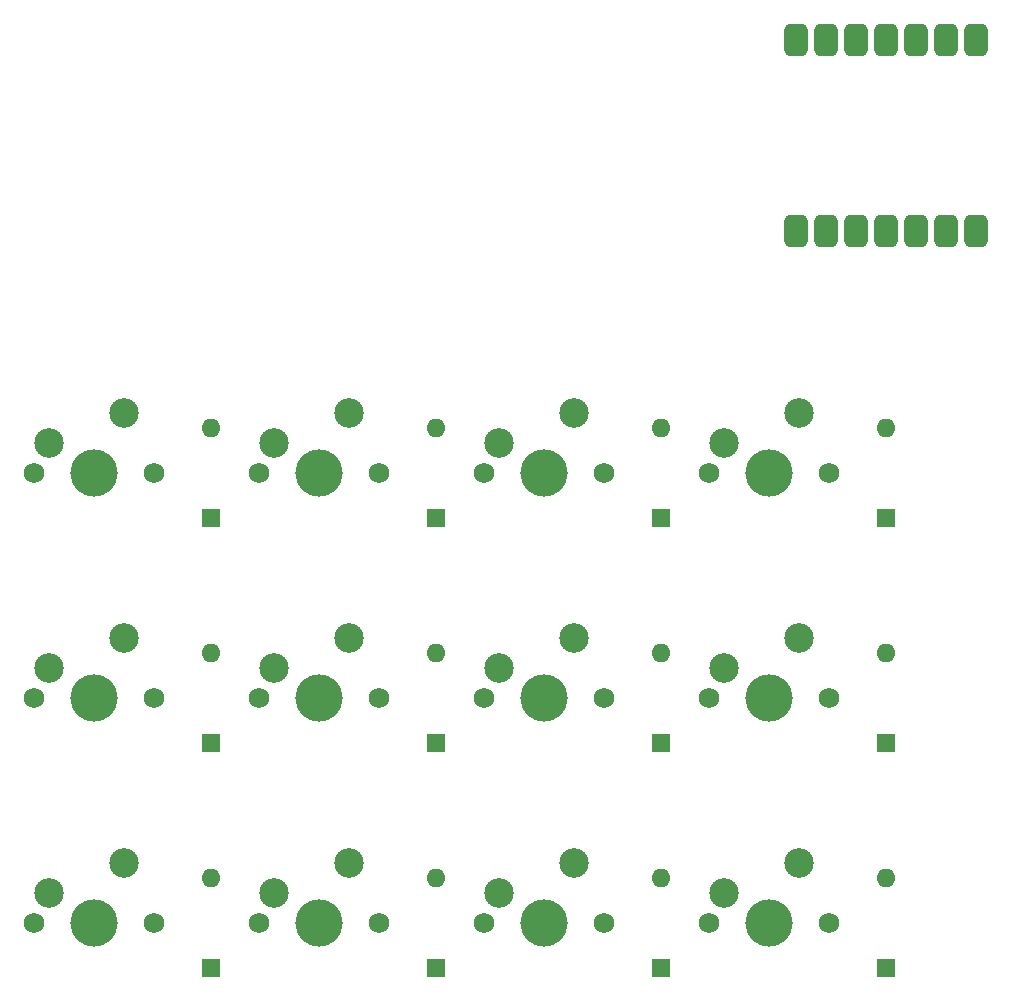
<source format=gbr>
%TF.GenerationSoftware,KiCad,Pcbnew,8.0.5*%
%TF.CreationDate,2024-10-21T21:03:58+03:00*%
%TF.ProjectId,hackpad1,6861636b-7061-4643-912e-6b696361645f,rev?*%
%TF.SameCoordinates,Original*%
%TF.FileFunction,Soldermask,Top*%
%TF.FilePolarity,Negative*%
%FSLAX46Y46*%
G04 Gerber Fmt 4.6, Leading zero omitted, Abs format (unit mm)*
G04 Created by KiCad (PCBNEW 8.0.5) date 2024-10-21 21:03:58*
%MOMM*%
%LPD*%
G01*
G04 APERTURE LIST*
G04 Aperture macros list*
%AMRoundRect*
0 Rectangle with rounded corners*
0 $1 Rounding radius*
0 $2 $3 $4 $5 $6 $7 $8 $9 X,Y pos of 4 corners*
0 Add a 4 corners polygon primitive as box body*
4,1,4,$2,$3,$4,$5,$6,$7,$8,$9,$2,$3,0*
0 Add four circle primitives for the rounded corners*
1,1,$1+$1,$2,$3*
1,1,$1+$1,$4,$5*
1,1,$1+$1,$6,$7*
1,1,$1+$1,$8,$9*
0 Add four rect primitives between the rounded corners*
20,1,$1+$1,$2,$3,$4,$5,0*
20,1,$1+$1,$4,$5,$6,$7,0*
20,1,$1+$1,$6,$7,$8,$9,0*
20,1,$1+$1,$8,$9,$2,$3,0*%
G04 Aperture macros list end*
%ADD10C,1.750000*%
%ADD11C,4.000000*%
%ADD12C,2.500000*%
%ADD13RoundRect,0.500000X-0.500000X0.875000X-0.500000X-0.875000X0.500000X-0.875000X0.500000X0.875000X0*%
%ADD14R,1.600000X1.600000*%
%ADD15C,1.600000*%
%ADD16O,1.600000X1.600000*%
G04 APERTURE END LIST*
D10*
%TO.C,S2*%
X118427500Y-78581250D03*
D11*
X123507500Y-78581250D03*
D10*
X128587500Y-78581250D03*
D12*
X119697500Y-76041250D03*
X126047500Y-73501250D03*
%TD*%
D10*
%TO.C,S3*%
X137477500Y-78581250D03*
D11*
X142557500Y-78581250D03*
D10*
X147637500Y-78581250D03*
D12*
X138747500Y-76041250D03*
X145097500Y-73501250D03*
%TD*%
D10*
%TO.C,S11*%
X156527500Y-97631250D03*
D11*
X161607500Y-97631250D03*
D10*
X166687500Y-97631250D03*
D12*
X157797500Y-95091250D03*
X164147500Y-92551250D03*
%TD*%
D10*
%TO.C,S10*%
X156527500Y-116681250D03*
D11*
X161607500Y-116681250D03*
D10*
X166687500Y-116681250D03*
D12*
X157797500Y-114141250D03*
X164147500Y-111601250D03*
%TD*%
D13*
%TO.C,U2*%
X179070000Y-41941250D03*
D14*
X179070000Y-42386250D03*
D13*
X176530000Y-41941250D03*
D15*
X176530000Y-42386250D03*
D13*
X173990000Y-41941250D03*
D15*
X173990000Y-42386250D03*
D13*
X171450000Y-41941250D03*
D15*
X171450000Y-42386250D03*
D13*
X168910000Y-41941250D03*
D15*
X168910000Y-42386250D03*
D13*
X166370000Y-41941250D03*
D15*
X166370000Y-42386250D03*
D13*
X163830000Y-41941250D03*
D15*
X163830000Y-42386250D03*
X163830000Y-57626250D03*
D13*
X163830000Y-58106250D03*
D15*
X166370000Y-57626250D03*
D13*
X166370000Y-58106250D03*
D15*
X168910000Y-57626250D03*
D13*
X168910000Y-58106250D03*
D15*
X171450000Y-57626250D03*
D13*
X171450000Y-58106250D03*
D15*
X173990000Y-57626250D03*
D13*
X173990000Y-58106250D03*
D15*
X176530000Y-57626250D03*
D13*
X176530000Y-58106250D03*
D15*
X179070000Y-57626250D03*
D13*
X179070000Y-58106250D03*
%TD*%
D10*
%TO.C,S1*%
X99377500Y-78581250D03*
D11*
X104457500Y-78581250D03*
D10*
X109537500Y-78581250D03*
D12*
X100647500Y-76041250D03*
X106997500Y-73501250D03*
%TD*%
D10*
%TO.C,S6*%
X137477500Y-97631250D03*
D11*
X142557500Y-97631250D03*
D10*
X147637500Y-97631250D03*
D12*
X138747500Y-95091250D03*
X145097500Y-92551250D03*
%TD*%
D10*
%TO.C,S7*%
X99377500Y-116681250D03*
D11*
X104457500Y-116681250D03*
D10*
X109537500Y-116681250D03*
D12*
X100647500Y-114141250D03*
X106997500Y-111601250D03*
%TD*%
D10*
%TO.C,S5*%
X118427500Y-97631250D03*
D11*
X123507500Y-97631250D03*
D10*
X128587500Y-97631250D03*
D12*
X119697500Y-95091250D03*
X126047500Y-92551250D03*
%TD*%
D10*
%TO.C,S9*%
X137477500Y-116681250D03*
D11*
X142557500Y-116681250D03*
D10*
X147637500Y-116681250D03*
D12*
X138747500Y-114141250D03*
X145097500Y-111601250D03*
%TD*%
D10*
%TO.C,S4*%
X99377500Y-97631250D03*
D11*
X104457500Y-97631250D03*
D10*
X109537500Y-97631250D03*
D12*
X100647500Y-95091250D03*
X106997500Y-92551250D03*
%TD*%
D10*
%TO.C,S8*%
X118427500Y-116681250D03*
D11*
X123507500Y-116681250D03*
D10*
X128587500Y-116681250D03*
D12*
X119697500Y-114141250D03*
X126047500Y-111601250D03*
%TD*%
D10*
%TO.C,S12*%
X156527500Y-78581250D03*
D11*
X161607500Y-78581250D03*
D10*
X166687500Y-78581250D03*
D12*
X157797500Y-76041250D03*
X164147500Y-73501250D03*
%TD*%
D14*
%TO.C,D10*%
X171450000Y-120491250D03*
D16*
X171450000Y-112871250D03*
%TD*%
D14*
%TO.C,D3*%
X152400000Y-82391250D03*
D16*
X152400000Y-74771250D03*
%TD*%
D14*
%TO.C,D7*%
X114300000Y-120491250D03*
D16*
X114300000Y-112871250D03*
%TD*%
D14*
%TO.C,D4*%
X114300000Y-101441250D03*
D16*
X114300000Y-93821250D03*
%TD*%
D14*
%TO.C,D11*%
X171450000Y-101441250D03*
D16*
X171450000Y-93821250D03*
%TD*%
D14*
%TO.C,D5*%
X133350000Y-101441250D03*
D16*
X133350000Y-93821250D03*
%TD*%
D14*
%TO.C,D6*%
X152400000Y-101441250D03*
D16*
X152400000Y-93821250D03*
%TD*%
D14*
%TO.C,D2*%
X133350000Y-82391250D03*
D16*
X133350000Y-74771250D03*
%TD*%
D14*
%TO.C,D12*%
X171450000Y-82391250D03*
D16*
X171450000Y-74771250D03*
%TD*%
D14*
%TO.C,D9*%
X152400000Y-120491250D03*
D16*
X152400000Y-112871250D03*
%TD*%
D14*
%TO.C,D1*%
X114300000Y-82391250D03*
D16*
X114300000Y-74771250D03*
%TD*%
D14*
%TO.C,D8*%
X133350000Y-120491250D03*
D16*
X133350000Y-112871250D03*
%TD*%
M02*

</source>
